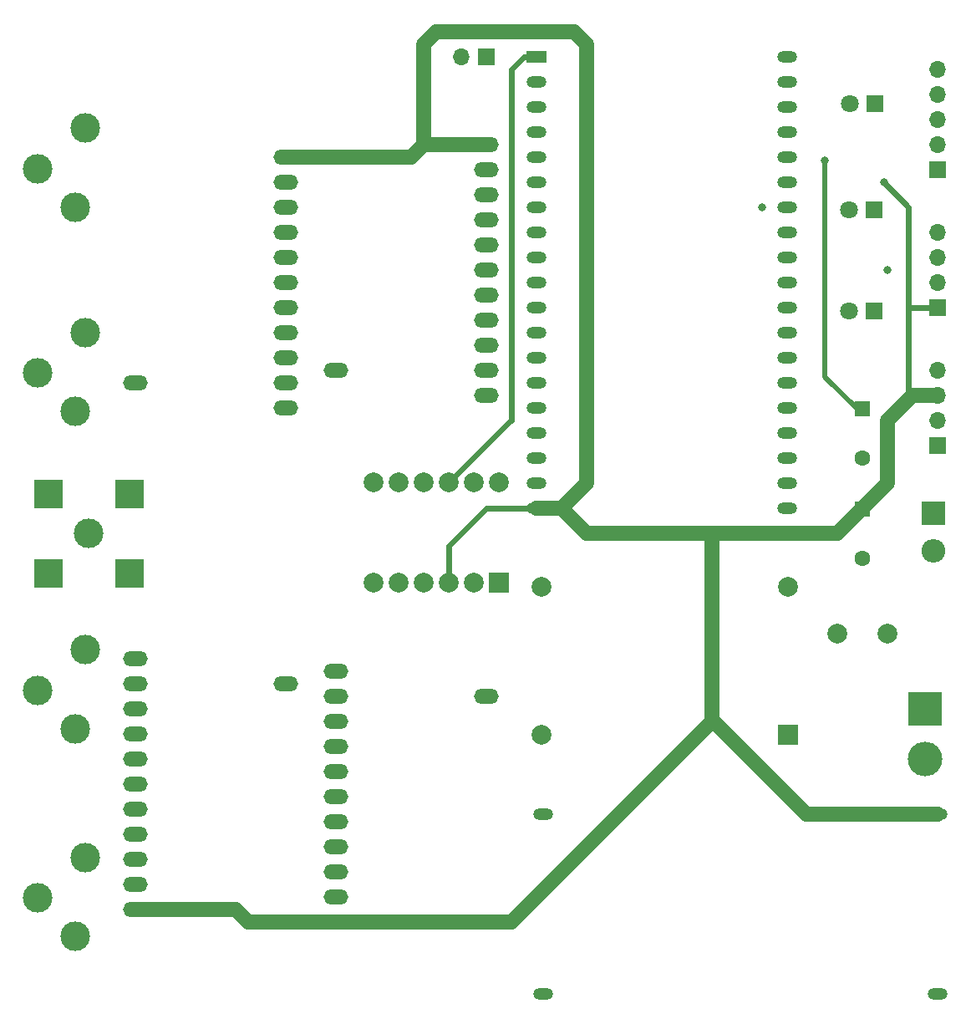
<source format=gbr>
%TF.GenerationSoftware,KiCad,Pcbnew,8.0.6*%
%TF.CreationDate,2024-11-28T17:20:22+01:00*%
%TF.ProjectId,fm-tx-LCD,666d2d74-782d-44c4-9344-2e6b69636164,rev?*%
%TF.SameCoordinates,Original*%
%TF.FileFunction,Copper,L2,Inr*%
%TF.FilePolarity,Positive*%
%FSLAX46Y46*%
G04 Gerber Fmt 4.6, Leading zero omitted, Abs format (unit mm)*
G04 Created by KiCad (PCBNEW 8.0.6) date 2024-11-28 17:20:22*
%MOMM*%
%LPD*%
G01*
G04 APERTURE LIST*
%TA.AperFunction,ComponentPad*%
%ADD10R,1.700000X1.700000*%
%TD*%
%TA.AperFunction,ComponentPad*%
%ADD11O,1.700000X1.700000*%
%TD*%
%TA.AperFunction,ComponentPad*%
%ADD12C,2.000000*%
%TD*%
%TA.AperFunction,ComponentPad*%
%ADD13O,2.500000X1.500000*%
%TD*%
%TA.AperFunction,ComponentPad*%
%ADD14R,1.800000X1.800000*%
%TD*%
%TA.AperFunction,ComponentPad*%
%ADD15C,1.800000*%
%TD*%
%TA.AperFunction,ComponentPad*%
%ADD16C,3.000000*%
%TD*%
%TA.AperFunction,ComponentPad*%
%ADD17R,2.000000X1.200000*%
%TD*%
%TA.AperFunction,ComponentPad*%
%ADD18O,2.000000X1.200000*%
%TD*%
%TA.AperFunction,ComponentPad*%
%ADD19R,2.400000X2.400000*%
%TD*%
%TA.AperFunction,ComponentPad*%
%ADD20O,2.400000X2.400000*%
%TD*%
%TA.AperFunction,ComponentPad*%
%ADD21R,1.600000X1.600000*%
%TD*%
%TA.AperFunction,ComponentPad*%
%ADD22C,1.600000*%
%TD*%
%TA.AperFunction,ComponentPad*%
%ADD23R,2.000000X2.000000*%
%TD*%
%TA.AperFunction,ComponentPad*%
%ADD24R,3.500000X3.500000*%
%TD*%
%TA.AperFunction,ComponentPad*%
%ADD25O,3.500000X3.500000*%
%TD*%
%TA.AperFunction,ComponentPad*%
%ADD26R,3.000000X3.000000*%
%TD*%
%TA.AperFunction,ViaPad*%
%ADD27C,0.800000*%
%TD*%
%TA.AperFunction,Conductor*%
%ADD28C,1.500000*%
%TD*%
%TA.AperFunction,Conductor*%
%ADD29C,0.622300*%
%TD*%
%TA.AperFunction,Conductor*%
%ADD30C,0.500000*%
%TD*%
G04 APERTURE END LIST*
D10*
%TO.N,GND*%
%TO.C,SW1*%
X140970000Y-40635000D03*
D11*
%TO.N,+3.3V*%
X140970000Y-38095000D03*
%TO.N,Net-(SW1-SW)*%
X140970000Y-35555000D03*
%TO.N,Net-(SW1-DAT)*%
X140970000Y-33015000D03*
%TO.N,Net-(SW1-CLK)*%
X140970000Y-30475000D03*
%TD*%
D12*
%TO.N,Net-(J1-Pin_1)*%
%TO.C,F1*%
X135890000Y-87630000D03*
%TO.N,Net-(C1-Pad1)*%
X130810000Y-87620000D03*
%TD*%
D13*
%TO.N,+5V*%
%TO.C,U7*%
X80010000Y-116840000D03*
%TO.N,Net-(J7-IN2)*%
X80010000Y-114300000D03*
%TO.N,Net-(J7-IN1)*%
X80010000Y-111760000D03*
%TO.N,GND*%
X80010000Y-109220000D03*
%TO.N,unconnected-(U7-3.3Vout-Pad5)*%
X80010000Y-106680000D03*
%TO.N,unconnected-(U7-GP2-Pad6)*%
X80010000Y-104140000D03*
%TO.N,unconnected-(U7-GP1-Pad7)*%
X80010000Y-101600000D03*
%TO.N,/TWI2_SDA*%
X80010000Y-99060000D03*
%TO.N,/TWI2_SCL*%
X80010000Y-96520000D03*
%TO.N,unconnected-(U7-CS-Pad10)*%
X80010000Y-93980000D03*
%TO.N,/TX3_RST*%
X80010000Y-91440000D03*
%TO.N,Net-(U7-ANT)*%
X95250000Y-93980000D03*
%TD*%
D14*
%TO.N,GND*%
%TO.C,D3*%
X134500000Y-55000000D03*
D15*
%TO.N,Net-(D3-A)*%
X131960000Y-55000000D03*
%TD*%
D16*
%TO.N,Net-(J8-IN1)*%
%TO.C,J8*%
X53580000Y-118300000D03*
%TO.N,Net-(J8-IN2)*%
X54580000Y-110300000D03*
%TO.N,GND*%
X49780000Y-114400000D03*
%TD*%
D17*
%TO.N,+3.3V*%
%TO.C,U1*%
X100330000Y-29210000D03*
D18*
%TO.N,Net-(J2-Pin_1)*%
X100330000Y-31750000D03*
%TO.N,unconnected-(U1-GPI36-Pad3)*%
X100330000Y-34290000D03*
%TO.N,unconnected-(U1-GPI39-Pad4)*%
X100330000Y-36830000D03*
%TO.N,unconnected-(U1-GPI34-Pad5)*%
X100330000Y-39370000D03*
%TO.N,unconnected-(U1-GPI35-Pad6)*%
X100330000Y-41910000D03*
%TO.N,Net-(SW1-CLK)*%
X100330000Y-44450000D03*
%TO.N,Net-(SW1-DAT)*%
X100330000Y-46990000D03*
%TO.N,unconnected-(U1-GPIO25-Pad9)*%
X100330000Y-49530000D03*
%TO.N,unconnected-(U1-GPIO26-Pad10)*%
X100330000Y-52070000D03*
%TO.N,Net-(SW1-SW)*%
X100330000Y-54610000D03*
%TO.N,unconnected-(U1-GPIO14-Pad12)*%
X100330000Y-57150000D03*
%TO.N,unconnected-(U1-GPIO12-Pad13)*%
X100330000Y-59690000D03*
%TO.N,GND*%
X100330000Y-62230000D03*
%TO.N,unconnected-(U1-GPIO13-Pad15)*%
X100330000Y-64770000D03*
%TO.N,unconnected-(U1-GPIO9-Pad16)*%
X100330000Y-67310000D03*
%TO.N,unconnected-(U1-GPIO10-Pad17)*%
X100330000Y-69850000D03*
%TO.N,unconnected-(U1-GPIO11-Pad18)*%
X100330000Y-72390000D03*
%TO.N,+5V*%
X100330000Y-74930000D03*
%TO.N,unconnected-(U1-GPIO6-Pad20)*%
X125726320Y-74927280D03*
%TO.N,unconnected-(U1-GPIO7-Pad21)*%
X125726320Y-72387280D03*
%TO.N,unconnected-(U1-GPIO8-Pad22)*%
X125730000Y-69850000D03*
%TO.N,/TX4_RST*%
X125730000Y-67310000D03*
%TO.N,unconnected-(U1-GPIO2-Pad24)*%
X125730000Y-64770000D03*
%TO.N,unconnected-(U1-GPIO0-Pad25)*%
X125730000Y-62230000D03*
%TO.N,unconnected-(U1-GPIO4-Pad26)*%
X125730000Y-59690000D03*
%TO.N,/TX2_RST*%
X125730000Y-57150000D03*
%TO.N,/TX3_RST*%
X125730000Y-54610000D03*
%TO.N,unconnected-(U1-GPIO5-Pad29)*%
X125730000Y-52070000D03*
%TO.N,Net-(U1-GPIO18)*%
X125730000Y-49530000D03*
%TO.N,Net-(U1-GPIO19)*%
X125730000Y-46990000D03*
%TO.N,GND*%
X125730000Y-44450000D03*
%TO.N,Net-(U1-GPIO21)*%
X125730000Y-41910000D03*
%TO.N,unconnected-(U1-GPIO3-Pad34)*%
X125730000Y-39370000D03*
%TO.N,unconnected-(U1-GPIO1-Pad35)*%
X125730000Y-36830000D03*
%TO.N,Net-(U1-GPIO22)*%
X125730000Y-34290000D03*
%TO.N,/TX1_RST*%
X125730000Y-31750000D03*
%TO.N,GND*%
X125730000Y-29210000D03*
%TD*%
D19*
%TO.N,Net-(D4-K)*%
%TO.C,D4*%
X140500000Y-75500000D03*
D20*
%TO.N,Net-(D4-A)*%
X140500000Y-79310000D03*
%TD*%
D16*
%TO.N,Net-(J4-IN1)*%
%TO.C,J4*%
X53580000Y-44450000D03*
%TO.N,Net-(J4-IN2)*%
X54580000Y-36450000D03*
%TO.N,GND*%
X49780000Y-40550000D03*
%TD*%
D13*
%TO.N,+5V*%
%TO.C,U8*%
X59690000Y-115570000D03*
%TO.N,Net-(J8-IN2)*%
X59690000Y-113030000D03*
%TO.N,Net-(J8-IN1)*%
X59690000Y-110490000D03*
%TO.N,GND*%
X59690000Y-107950000D03*
%TO.N,unconnected-(U8-3.3Vout-Pad5)*%
X59690000Y-105410000D03*
%TO.N,unconnected-(U8-GP2-Pad6)*%
X59690000Y-102870000D03*
%TO.N,unconnected-(U8-GP1-Pad7)*%
X59690000Y-100330000D03*
%TO.N,/TWI2_SDA*%
X59690000Y-97790000D03*
%TO.N,/TWI2_SCL*%
X59690000Y-95250000D03*
%TO.N,GND*%
X59690000Y-92710000D03*
%TO.N,/TX4_RST*%
X59690000Y-90170000D03*
%TO.N,Net-(U8-ANT)*%
X74930000Y-92710000D03*
%TD*%
D10*
%TO.N,+5V*%
%TO.C,U6*%
X140970000Y-54610000D03*
D11*
%TO.N,GND*%
X140970000Y-52070000D03*
%TO.N,/TWI1_SDA*%
X140970000Y-49530000D03*
%TO.N,/TWI1_SCL*%
X140970000Y-46990000D03*
%TD*%
D13*
%TO.N,+5V*%
%TO.C,U4*%
X74930000Y-39370000D03*
%TO.N,Net-(J4-IN2)*%
X74930000Y-41910000D03*
%TO.N,Net-(J4-IN1)*%
X74930000Y-44450000D03*
%TO.N,GND*%
X74930000Y-46990000D03*
%TO.N,unconnected-(U4-3.3Vout-Pad5)*%
X74930000Y-49530000D03*
%TO.N,unconnected-(U4-GP2-Pad6)*%
X74930000Y-52070000D03*
%TO.N,unconnected-(U4-GP1-Pad7)*%
X74930000Y-54610000D03*
%TO.N,/TWI1_SDA*%
X74930000Y-57150000D03*
%TO.N,/TWI1_SCL*%
X74930000Y-59690000D03*
%TO.N,unconnected-(U4-CS-Pad10)*%
X74930000Y-62230000D03*
%TO.N,/TX1_RST*%
X74930000Y-64770000D03*
%TO.N,Net-(U4-ANT)*%
X59690000Y-62230000D03*
%TD*%
D21*
%TO.N,+5V*%
%TO.C,C3*%
X133350000Y-75067349D03*
D22*
%TO.N,GND*%
X133350000Y-80067349D03*
%TD*%
D21*
%TO.N,+12VA*%
%TO.C,C2*%
X133350000Y-64907349D03*
D22*
%TO.N,GND*%
X133350000Y-69907349D03*
%TD*%
D16*
%TO.N,Net-(J7-IN1)*%
%TO.C,J7*%
X53580000Y-97300000D03*
%TO.N,Net-(J7-IN2)*%
X54580000Y-89300000D03*
%TO.N,GND*%
X49780000Y-93400000D03*
%TD*%
D12*
%TO.N,Net-(D4-A)*%
%TO.C,FL1*%
X100800000Y-82880000D03*
%TO.N,GND*%
X100800000Y-97880000D03*
D23*
%TO.N,Net-(J1-Pin_2)*%
X125800000Y-97880000D03*
D12*
%TO.N,Net-(C1-Pad1)*%
X125800000Y-82880000D03*
%TD*%
D14*
%TO.N,GND*%
%TO.C,D2*%
X134500000Y-44750000D03*
D15*
%TO.N,Net-(D2-A)*%
X131960000Y-44750000D03*
%TD*%
D10*
%TO.N,Net-(D4-K)*%
%TO.C,J3*%
X140970000Y-68570000D03*
D11*
%TO.N,+12VA*%
X140970000Y-66030000D03*
%TO.N,+5V*%
X140970000Y-63490000D03*
%TO.N,GND*%
X140970000Y-60950000D03*
%TD*%
D23*
%TO.N,/TWI2_SCL*%
%TO.C,U3*%
X96520000Y-82462700D03*
D12*
%TO.N,/TWI2_SDA*%
X93980000Y-82462700D03*
%TO.N,+5V*%
X91440000Y-82462700D03*
%TO.N,GND*%
X88900000Y-82462700D03*
%TO.N,/TWI1_SCL*%
X86360000Y-82462700D03*
%TO.N,/TWI1_SDA*%
X83820000Y-82462700D03*
%TO.N,Net-(U1-GPIO21)*%
X83820000Y-72302700D03*
%TO.N,Net-(U1-GPIO22)*%
X86360000Y-72302700D03*
%TO.N,GND*%
X88900000Y-72302700D03*
%TO.N,+3.3V*%
X91440000Y-72302700D03*
%TO.N,Net-(U1-GPIO19)*%
X93980000Y-72302700D03*
%TO.N,Net-(U1-GPIO18)*%
X96520000Y-72302700D03*
%TD*%
D16*
%TO.N,Net-(J6-IN1)*%
%TO.C,J6*%
X53580000Y-65150000D03*
%TO.N,Net-(J6-IN2)*%
X54580000Y-57150000D03*
%TO.N,GND*%
X49780000Y-61250000D03*
%TD*%
D14*
%TO.N,GND*%
%TO.C,D1*%
X134620000Y-34000000D03*
D15*
%TO.N,Net-(D1-A)*%
X132080000Y-34000000D03*
%TD*%
D24*
%TO.N,Net-(J1-Pin_1)*%
%TO.C,J1*%
X139700000Y-95250000D03*
D25*
%TO.N,Net-(J1-Pin_2)*%
X139700000Y-100330000D03*
%TD*%
D18*
%TO.N,GND*%
%TO.C,U2*%
X100970000Y-124120000D03*
%TO.N,+12VA*%
X100970000Y-105920000D03*
%TO.N,GND*%
X140970000Y-124120000D03*
%TO.N,+5V*%
X140970000Y-105920000D03*
%TD*%
D13*
%TO.N,+5V*%
%TO.C,U5*%
X95250000Y-38100000D03*
%TO.N,Net-(J6-IN2)*%
X95250000Y-40640000D03*
%TO.N,Net-(J6-IN1)*%
X95250000Y-43180000D03*
%TO.N,GND*%
X95250000Y-45720000D03*
%TO.N,unconnected-(U5-3.3Vout-Pad5)*%
X95250000Y-48260000D03*
%TO.N,unconnected-(U5-GP2-Pad6)*%
X95250000Y-50800000D03*
%TO.N,unconnected-(U5-GP1-Pad7)*%
X95250000Y-53340000D03*
%TO.N,/TWI1_SDA*%
X95250000Y-55880000D03*
%TO.N,/TWI1_SCL*%
X95250000Y-58420000D03*
%TO.N,GND*%
X95250000Y-60960000D03*
%TO.N,/TX2_RST*%
X95250000Y-63500000D03*
%TO.N,Net-(U5-ANT)*%
X80010000Y-60960000D03*
%TD*%
D10*
%TO.N,Net-(J2-Pin_1)*%
%TO.C,J2*%
X95250000Y-29210000D03*
D11*
%TO.N,GND*%
X92710000Y-29210000D03*
%TD*%
D16*
%TO.N,/TXout*%
%TO.C,J5*%
X54942967Y-77488062D03*
D26*
%TO.N,GND*%
X59042967Y-81588062D03*
X59042967Y-73488062D03*
X50842967Y-81588062D03*
X50842967Y-73488062D03*
%TD*%
D27*
%TO.N,+5V*%
X135476824Y-41910000D03*
%TO.N,+3.3V*%
X135890000Y-50800000D03*
%TO.N,Net-(U1-GPIO22)*%
X123190000Y-44450000D03*
%TO.N,+12VA*%
X129540000Y-39742797D03*
%TD*%
D28*
%TO.N,+5V*%
X105410000Y-72390000D02*
X105410000Y-27940000D01*
X82550000Y-116840000D02*
X71120000Y-116840000D01*
X88900000Y-38100000D02*
X95250000Y-38100000D01*
D29*
X138000000Y-59690000D02*
X138000000Y-63070000D01*
X138000000Y-54610000D02*
X138000000Y-59690000D01*
D28*
X97790000Y-116840000D02*
X82550000Y-116840000D01*
D29*
X140970000Y-54610000D02*
X139610000Y-54610000D01*
D28*
X138430000Y-63500000D02*
X140960000Y-63500000D01*
D29*
X135476824Y-41910000D02*
X138000000Y-44433176D01*
X140970000Y-54610000D02*
X138000000Y-54610000D01*
D28*
X135890000Y-66040000D02*
X135890000Y-72390000D01*
D29*
X91440000Y-78740000D02*
X91440000Y-82462700D01*
X138000000Y-44433176D02*
X138000000Y-54610000D01*
D28*
X118155000Y-96475000D02*
X127600000Y-105920000D01*
X118110000Y-96430000D02*
X118155000Y-96475000D01*
X130780000Y-77500000D02*
X115000000Y-77500000D01*
X90170000Y-26670000D02*
X88900000Y-27940000D01*
X104140000Y-26670000D02*
X90170000Y-26670000D01*
X82550000Y-116840000D02*
X80010000Y-116840000D01*
X100330000Y-74930000D02*
X102870000Y-74930000D01*
D29*
X95250000Y-74930000D02*
X91440000Y-78740000D01*
D28*
X135890000Y-72390000D02*
X130780000Y-77500000D01*
D29*
X135890000Y-66040000D02*
X138000000Y-63930000D01*
D28*
X69850000Y-115570000D02*
X59690000Y-115570000D01*
D29*
X138000000Y-63930000D02*
X138000000Y-59690000D01*
D28*
X115000000Y-77500000D02*
X114970000Y-77470000D01*
X115000000Y-77500000D02*
X118110000Y-77500000D01*
D29*
X100330000Y-74930000D02*
X95250000Y-74930000D01*
D28*
X88900000Y-27940000D02*
X88900000Y-38100000D01*
X140960000Y-63500000D02*
X140970000Y-63490000D01*
D29*
X138000000Y-63070000D02*
X138430000Y-63500000D01*
D28*
X135890000Y-66040000D02*
X138430000Y-63500000D01*
X87630000Y-39370000D02*
X88900000Y-38100000D01*
X105410000Y-27940000D02*
X104140000Y-26670000D01*
X71120000Y-116840000D02*
X69850000Y-115570000D01*
X74930000Y-39370000D02*
X87630000Y-39370000D01*
X102870000Y-74930000D02*
X105410000Y-72390000D01*
X105410000Y-77470000D02*
X102870000Y-74930000D01*
X114970000Y-77470000D02*
X105410000Y-77470000D01*
X127600000Y-105920000D02*
X140970000Y-105920000D01*
X118110000Y-77500000D02*
X118110000Y-96430000D01*
X118155000Y-96475000D02*
X97790000Y-116840000D01*
D29*
%TO.N,+3.3V*%
X97790000Y-30480000D02*
X99060000Y-29210000D01*
X91440000Y-72302700D02*
X97702700Y-66040000D01*
X99060000Y-29210000D02*
X100330000Y-29210000D01*
X97702700Y-66040000D02*
X97790000Y-66040000D01*
X97790000Y-66040000D02*
X97790000Y-30480000D01*
D30*
%TO.N,+12VA*%
X129540000Y-39742797D02*
X129540000Y-61663674D01*
X129540000Y-61663674D02*
X132783675Y-64907349D01*
X132783675Y-64907349D02*
X133350000Y-64907349D01*
D29*
%TO.N,Net-(D4-K)*%
X140500000Y-69040000D02*
X140970000Y-68570000D01*
%TD*%
M02*

</source>
